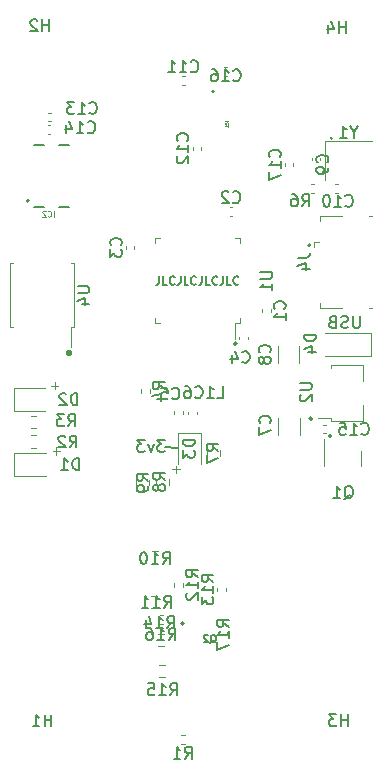
<source format=gbr>
%TF.GenerationSoftware,KiCad,Pcbnew,(6.0.4)*%
%TF.CreationDate,2022-05-08T20:42:15-04:00*%
%TF.ProjectId,STM32_Altimeter_R2,53544d33-325f-4416-9c74-696d65746572,0.1*%
%TF.SameCoordinates,Original*%
%TF.FileFunction,Legend,Bot*%
%TF.FilePolarity,Positive*%
%FSLAX46Y46*%
G04 Gerber Fmt 4.6, Leading zero omitted, Abs format (unit mm)*
G04 Created by KiCad (PCBNEW (6.0.4)) date 2022-05-08 20:42:15*
%MOMM*%
%LPD*%
G01*
G04 APERTURE LIST*
%ADD10C,0.150000*%
%ADD11C,0.100000*%
%ADD12C,0.120000*%
%ADD13C,0.059168*%
%ADD14C,0.200000*%
%ADD15C,0.127000*%
G04 APERTURE END LIST*
D10*
X59563948Y-50000000D02*
G75*
G03*
X59563948Y-50000000I-63948J0D01*
G01*
X57749937Y-59058975D02*
G75*
G03*
X57749937Y-59058975I-100000J0D01*
G01*
X57925442Y-73731583D02*
G75*
G03*
X57925442Y-73731583I-141421J0D01*
G01*
X51371346Y-67395859D02*
G75*
G03*
X51371346Y-67395859I-1J0D01*
G01*
X45469452Y-76138775D02*
X46550000Y-76257500D01*
X51512766Y-67395859D02*
G75*
G03*
X51512766Y-67395859I-141421J0D01*
G01*
X59541421Y-75200000D02*
G75*
G03*
X59541421Y-75200000I-141421J0D01*
G01*
X49600837Y-46038198D02*
G75*
G03*
X49600837Y-46038198I-100000J0D01*
G01*
X37441421Y-68200000D02*
G75*
G03*
X37441421Y-68200000I-141421J0D01*
G01*
X59400001Y-75200000D02*
G75*
G03*
X59400001Y-75200000I-1J0D01*
G01*
X49500838Y-46038198D02*
G75*
G03*
X49500838Y-46038198I-1J0D01*
G01*
X37300001Y-68200000D02*
G75*
G03*
X37300001Y-68200000I-1J0D01*
G01*
X57784022Y-73731583D02*
G75*
G03*
X57784022Y-73731583I-1J0D01*
G01*
X37500000Y-68200000D02*
G75*
G03*
X37500000Y-68200000I-200000J0D01*
G01*
D11*
X36521404Y-76472630D02*
X35911881Y-76472630D01*
X36216643Y-76777392D02*
X36216643Y-76167868D01*
D10*
X61927242Y-65063933D02*
X61927242Y-65873457D01*
X61879623Y-65968695D01*
X61832004Y-66016314D01*
X61736766Y-66063933D01*
X61546290Y-66063933D01*
X61451052Y-66016314D01*
X61403433Y-65968695D01*
X61355814Y-65873457D01*
X61355814Y-65063933D01*
X60927242Y-66016314D02*
X60784385Y-66063933D01*
X60546290Y-66063933D01*
X60451052Y-66016314D01*
X60403433Y-65968695D01*
X60355814Y-65873457D01*
X60355814Y-65778219D01*
X60403433Y-65682981D01*
X60451052Y-65635362D01*
X60546290Y-65587743D01*
X60736766Y-65540124D01*
X60832004Y-65492505D01*
X60879623Y-65444886D01*
X60927242Y-65349648D01*
X60927242Y-65254410D01*
X60879623Y-65159172D01*
X60832004Y-65111553D01*
X60736766Y-65063933D01*
X60498671Y-65063933D01*
X60355814Y-65111553D01*
X59593909Y-65540124D02*
X59451052Y-65587743D01*
X59403433Y-65635362D01*
X59355814Y-65730600D01*
X59355814Y-65873457D01*
X59403433Y-65968695D01*
X59451052Y-66016314D01*
X59546290Y-66063933D01*
X59927242Y-66063933D01*
X59927242Y-65063933D01*
X59593909Y-65063933D01*
X59498671Y-65111553D01*
X59451052Y-65159172D01*
X59403433Y-65254410D01*
X59403433Y-65349648D01*
X59451052Y-65444886D01*
X59498671Y-65492505D01*
X59593909Y-65540124D01*
X59927242Y-65540124D01*
D11*
X36404761Y-70957142D02*
X35795238Y-70957142D01*
X36100000Y-71261904D02*
X36100000Y-70652380D01*
X46663053Y-78023135D02*
X46053530Y-78023135D01*
X46358292Y-78327897D02*
X46358292Y-77718373D01*
D10*
X44955112Y-61679481D02*
X44955112Y-62179481D01*
X44921779Y-62279481D01*
X44855112Y-62346148D01*
X44755112Y-62379481D01*
X44688446Y-62379481D01*
X45621779Y-62379481D02*
X45288446Y-62379481D01*
X45288446Y-61679481D01*
X46255112Y-62312815D02*
X46221779Y-62346148D01*
X46121779Y-62379481D01*
X46055112Y-62379481D01*
X45955112Y-62346148D01*
X45888446Y-62279481D01*
X45855112Y-62212815D01*
X45821779Y-62079481D01*
X45821779Y-61979481D01*
X45855112Y-61846148D01*
X45888446Y-61779481D01*
X45955112Y-61712815D01*
X46055112Y-61679481D01*
X46121779Y-61679481D01*
X46221779Y-61712815D01*
X46255112Y-61746148D01*
X46755112Y-61679481D02*
X46755112Y-62179481D01*
X46721779Y-62279481D01*
X46655112Y-62346148D01*
X46555112Y-62379481D01*
X46488446Y-62379481D01*
X47421779Y-62379481D02*
X47088446Y-62379481D01*
X47088446Y-61679481D01*
X48055112Y-62312815D02*
X48021779Y-62346148D01*
X47921779Y-62379481D01*
X47855112Y-62379481D01*
X47755112Y-62346148D01*
X47688446Y-62279481D01*
X47655112Y-62212815D01*
X47621779Y-62079481D01*
X47621779Y-61979481D01*
X47655112Y-61846148D01*
X47688446Y-61779481D01*
X47755112Y-61712815D01*
X47855112Y-61679481D01*
X47921779Y-61679481D01*
X48021779Y-61712815D01*
X48055112Y-61746148D01*
X48555112Y-61679481D02*
X48555112Y-62179481D01*
X48521779Y-62279481D01*
X48455112Y-62346148D01*
X48355112Y-62379481D01*
X48288446Y-62379481D01*
X49221779Y-62379481D02*
X48888446Y-62379481D01*
X48888446Y-61679481D01*
X49855112Y-62312815D02*
X49821779Y-62346148D01*
X49721779Y-62379481D01*
X49655112Y-62379481D01*
X49555112Y-62346148D01*
X49488446Y-62279481D01*
X49455112Y-62212815D01*
X49421779Y-62079481D01*
X49421779Y-61979481D01*
X49455112Y-61846148D01*
X49488446Y-61779481D01*
X49555112Y-61712815D01*
X49655112Y-61679481D01*
X49721779Y-61679481D01*
X49821779Y-61712815D01*
X49855112Y-61746148D01*
X50355112Y-61679481D02*
X50355112Y-62179481D01*
X50321779Y-62279481D01*
X50255112Y-62346148D01*
X50155112Y-62379481D01*
X50088446Y-62379481D01*
X51021779Y-62379481D02*
X50688446Y-62379481D01*
X50688446Y-61679481D01*
X51655112Y-62312815D02*
X51621779Y-62346148D01*
X51521779Y-62379481D01*
X51455112Y-62379481D01*
X51355112Y-62346148D01*
X51288446Y-62279481D01*
X51255112Y-62212815D01*
X51221779Y-62079481D01*
X51221779Y-61979481D01*
X51255112Y-61846148D01*
X51288446Y-61779481D01*
X51355112Y-61712815D01*
X51455112Y-61679481D01*
X51521779Y-61679481D01*
X51621779Y-61712815D01*
X51655112Y-61746148D01*
X45414242Y-75535378D02*
X44795194Y-75535378D01*
X45128527Y-75916331D01*
X44985670Y-75916331D01*
X44890432Y-75963950D01*
X44842813Y-76011569D01*
X44795194Y-76106807D01*
X44795194Y-76344902D01*
X44842813Y-76440140D01*
X44890432Y-76487759D01*
X44985670Y-76535378D01*
X45271385Y-76535378D01*
X45366623Y-76487759D01*
X45414242Y-76440140D01*
X44461861Y-75868712D02*
X44223766Y-76535378D01*
X43985670Y-75868712D01*
X43699956Y-75535378D02*
X43080908Y-75535378D01*
X43414242Y-75916331D01*
X43271385Y-75916331D01*
X43176146Y-75963950D01*
X43128527Y-76011569D01*
X43080908Y-76106807D01*
X43080908Y-76344902D01*
X43128527Y-76440140D01*
X43176146Y-76487759D01*
X43271385Y-76535378D01*
X43557099Y-76535378D01*
X43652337Y-76487759D01*
X43699956Y-76440140D01*
%TO.C,R16*%
X45746333Y-92457099D02*
X46079666Y-91980909D01*
X46317761Y-92457099D02*
X46317761Y-91457099D01*
X45936809Y-91457099D01*
X45841571Y-91504719D01*
X45793952Y-91552338D01*
X45746333Y-91647576D01*
X45746333Y-91790433D01*
X45793952Y-91885671D01*
X45841571Y-91933290D01*
X45936809Y-91980909D01*
X46317761Y-91980909D01*
X44793952Y-92457099D02*
X45365380Y-92457099D01*
X45079666Y-92457099D02*
X45079666Y-91457099D01*
X45174904Y-91599957D01*
X45270142Y-91695195D01*
X45365380Y-91742814D01*
X43936809Y-91457099D02*
X44127285Y-91457099D01*
X44222523Y-91504719D01*
X44270142Y-91552338D01*
X44365380Y-91695195D01*
X44412999Y-91885671D01*
X44412999Y-92266623D01*
X44365380Y-92361861D01*
X44317761Y-92409480D01*
X44222523Y-92457099D01*
X44032047Y-92457099D01*
X43936809Y-92409480D01*
X43889190Y-92361861D01*
X43841571Y-92266623D01*
X43841571Y-92028528D01*
X43889190Y-91933290D01*
X43936809Y-91885671D01*
X44032047Y-91838052D01*
X44222523Y-91838052D01*
X44317761Y-91885671D01*
X44365380Y-91933290D01*
X44412999Y-92028528D01*
%TO.C,L1*%
X49837982Y-71962342D02*
X50314173Y-71962342D01*
X50314173Y-70962342D01*
X48980839Y-71962342D02*
X49552268Y-71962342D01*
X49266554Y-71962342D02*
X49266554Y-70962342D01*
X49361792Y-71105200D01*
X49457030Y-71200438D01*
X49552268Y-71248057D01*
%TO.C,D3*%
X47948394Y-75519404D02*
X46948394Y-75519404D01*
X46948394Y-75757500D01*
X46996014Y-75900357D01*
X47091252Y-75995595D01*
X47186490Y-76043214D01*
X47376966Y-76090833D01*
X47519823Y-76090833D01*
X47710299Y-76043214D01*
X47805537Y-75995595D01*
X47900775Y-75900357D01*
X47948394Y-75757500D01*
X47948394Y-75519404D01*
X46948394Y-76424166D02*
X46948394Y-77043214D01*
X47329347Y-76709880D01*
X47329347Y-76852738D01*
X47376966Y-76947976D01*
X47424585Y-76995595D01*
X47519823Y-77043214D01*
X47757918Y-77043214D01*
X47853156Y-76995595D01*
X47900775Y-76947976D01*
X47948394Y-76852738D01*
X47948394Y-76567023D01*
X47900775Y-76471785D01*
X47853156Y-76424166D01*
%TO.C,R1*%
X47119796Y-102516643D02*
X47453130Y-102040453D01*
X47691225Y-102516643D02*
X47691225Y-101516643D01*
X47310272Y-101516643D01*
X47215034Y-101564263D01*
X47167415Y-101611882D01*
X47119796Y-101707120D01*
X47119796Y-101849977D01*
X47167415Y-101945215D01*
X47215034Y-101992834D01*
X47310272Y-102040453D01*
X47691225Y-102040453D01*
X46167415Y-102516643D02*
X46738844Y-102516643D01*
X46453130Y-102516643D02*
X46453130Y-101516643D01*
X46548368Y-101659501D01*
X46643606Y-101754739D01*
X46738844Y-101802358D01*
%TO.C,D2*%
X38014979Y-72593791D02*
X38014979Y-71593791D01*
X37776884Y-71593791D01*
X37634026Y-71641411D01*
X37538788Y-71736649D01*
X37491169Y-71831887D01*
X37443550Y-72022363D01*
X37443550Y-72165220D01*
X37491169Y-72355696D01*
X37538788Y-72450934D01*
X37634026Y-72546172D01*
X37776884Y-72593791D01*
X38014979Y-72593791D01*
X37062598Y-71689030D02*
X37014979Y-71641411D01*
X36919741Y-71593791D01*
X36681645Y-71593791D01*
X36586407Y-71641411D01*
X36538788Y-71689030D01*
X36491169Y-71784268D01*
X36491169Y-71879506D01*
X36538788Y-72022363D01*
X37110217Y-72593791D01*
X36491169Y-72593791D01*
%TO.C,R17*%
X50852380Y-91357142D02*
X50376190Y-91023809D01*
X50852380Y-90785714D02*
X49852380Y-90785714D01*
X49852380Y-91166666D01*
X49900000Y-91261904D01*
X49947619Y-91309523D01*
X50042857Y-91357142D01*
X50185714Y-91357142D01*
X50280952Y-91309523D01*
X50328571Y-91261904D01*
X50376190Y-91166666D01*
X50376190Y-90785714D01*
X50852380Y-92309523D02*
X50852380Y-91738095D01*
X50852380Y-92023809D02*
X49852380Y-92023809D01*
X49995238Y-91928571D01*
X50090476Y-91833333D01*
X50138095Y-91738095D01*
X49852380Y-92642857D02*
X49852380Y-93309523D01*
X50852380Y-92880952D01*
%TO.C,Q2*%
X49284234Y-92712229D02*
X49344226Y-92682233D01*
X49404219Y-92622241D01*
X49494208Y-92532252D01*
X49554200Y-92502256D01*
X49614193Y-92502256D01*
X49584196Y-92652237D02*
X49644189Y-92622241D01*
X49704181Y-92562248D01*
X49734178Y-92442263D01*
X49734178Y-92232289D01*
X49704181Y-92112304D01*
X49644189Y-92052312D01*
X49584196Y-92022316D01*
X49464211Y-92022316D01*
X49404219Y-92052312D01*
X49344226Y-92112304D01*
X49314230Y-92232289D01*
X49314230Y-92442263D01*
X49344226Y-92562248D01*
X49404219Y-92622241D01*
X49464211Y-92652237D01*
X49584196Y-92652237D01*
X49074260Y-92082308D02*
X49044264Y-92052312D01*
X48984272Y-92022316D01*
X48834290Y-92022316D01*
X48774298Y-92052312D01*
X48744302Y-92082308D01*
X48714305Y-92142301D01*
X48714305Y-92202293D01*
X48744302Y-92292282D01*
X49104257Y-92652237D01*
X48714305Y-92652237D01*
%TO.C,U1*%
X53512380Y-61298095D02*
X54321904Y-61298095D01*
X54417142Y-61345714D01*
X54464761Y-61393333D01*
X54512380Y-61488571D01*
X54512380Y-61679047D01*
X54464761Y-61774285D01*
X54417142Y-61821904D01*
X54321904Y-61869523D01*
X53512380Y-61869523D01*
X54512380Y-62869523D02*
X54512380Y-62298095D01*
X54512380Y-62583809D02*
X53512380Y-62583809D01*
X53655238Y-62488571D01*
X53750476Y-62393333D01*
X53798095Y-62298095D01*
%TO.C,H4*%
X60726146Y-41075072D02*
X60726146Y-40075072D01*
X60726146Y-40551263D02*
X60154718Y-40551263D01*
X60154718Y-41075072D02*
X60154718Y-40075072D01*
X59249956Y-40408406D02*
X59249956Y-41075072D01*
X59488051Y-40027453D02*
X59726146Y-40741739D01*
X59107099Y-40741739D01*
%TO.C,C11*%
X47626787Y-44312361D02*
X47674406Y-44359980D01*
X47817263Y-44407599D01*
X47912501Y-44407599D01*
X48055358Y-44359980D01*
X48150596Y-44264742D01*
X48198215Y-44169504D01*
X48245834Y-43979028D01*
X48245834Y-43836171D01*
X48198215Y-43645695D01*
X48150596Y-43550457D01*
X48055358Y-43455219D01*
X47912501Y-43407599D01*
X47817263Y-43407599D01*
X47674406Y-43455219D01*
X47626787Y-43502838D01*
X46674406Y-44407599D02*
X47245834Y-44407599D01*
X46960120Y-44407599D02*
X46960120Y-43407599D01*
X47055358Y-43550457D01*
X47150596Y-43645695D01*
X47245834Y-43693314D01*
X45722025Y-44407599D02*
X46293453Y-44407599D01*
X46007739Y-44407599D02*
X46007739Y-43407599D01*
X46102977Y-43550457D01*
X46198215Y-43645695D01*
X46293453Y-43693314D01*
%TO.C,R12*%
X48222380Y-87157142D02*
X47746190Y-86823809D01*
X48222380Y-86585714D02*
X47222380Y-86585714D01*
X47222380Y-86966666D01*
X47270000Y-87061904D01*
X47317619Y-87109523D01*
X47412857Y-87157142D01*
X47555714Y-87157142D01*
X47650952Y-87109523D01*
X47698571Y-87061904D01*
X47746190Y-86966666D01*
X47746190Y-86585714D01*
X48222380Y-88109523D02*
X48222380Y-87538095D01*
X48222380Y-87823809D02*
X47222380Y-87823809D01*
X47365238Y-87728571D01*
X47460476Y-87633333D01*
X47508095Y-87538095D01*
X47317619Y-88490476D02*
X47270000Y-88538095D01*
X47222380Y-88633333D01*
X47222380Y-88871428D01*
X47270000Y-88966666D01*
X47317619Y-89014285D01*
X47412857Y-89061904D01*
X47508095Y-89061904D01*
X47650952Y-89014285D01*
X48222380Y-88442857D01*
X48222380Y-89061904D01*
%TO.C,Y1*%
X61426726Y-49476190D02*
X61426726Y-49952380D01*
X61760059Y-48952380D02*
X61426726Y-49476190D01*
X61093393Y-48952380D01*
X60236250Y-49952380D02*
X60807678Y-49952380D01*
X60521964Y-49952380D02*
X60521964Y-48952380D01*
X60617202Y-49095238D01*
X60712440Y-49190476D01*
X60807678Y-49238095D01*
%TO.C,C10*%
X60710626Y-55693796D02*
X60758245Y-55741415D01*
X60901102Y-55789034D01*
X60996340Y-55789034D01*
X61139197Y-55741415D01*
X61234435Y-55646177D01*
X61282054Y-55550939D01*
X61329673Y-55360463D01*
X61329673Y-55217606D01*
X61282054Y-55027130D01*
X61234435Y-54931892D01*
X61139197Y-54836654D01*
X60996340Y-54789034D01*
X60901102Y-54789034D01*
X60758245Y-54836654D01*
X60710626Y-54884273D01*
X59758245Y-55789034D02*
X60329673Y-55789034D01*
X60043959Y-55789034D02*
X60043959Y-54789034D01*
X60139197Y-54931892D01*
X60234435Y-55027130D01*
X60329673Y-55074749D01*
X59139197Y-54789034D02*
X59043959Y-54789034D01*
X58948721Y-54836654D01*
X58901102Y-54884273D01*
X58853483Y-54979511D01*
X58805864Y-55169987D01*
X58805864Y-55408082D01*
X58853483Y-55598558D01*
X58901102Y-55693796D01*
X58948721Y-55741415D01*
X59043959Y-55789034D01*
X59139197Y-55789034D01*
X59234435Y-55741415D01*
X59282054Y-55693796D01*
X59329673Y-55598558D01*
X59377292Y-55408082D01*
X59377292Y-55169987D01*
X59329673Y-54979511D01*
X59282054Y-54884273D01*
X59234435Y-54836654D01*
X59139197Y-54789034D01*
%TO.C,R7*%
X49956365Y-76473333D02*
X49480175Y-76140000D01*
X49956365Y-75901904D02*
X48956365Y-75901904D01*
X48956365Y-76282857D01*
X49003985Y-76378095D01*
X49051604Y-76425714D01*
X49146842Y-76473333D01*
X49289699Y-76473333D01*
X49384937Y-76425714D01*
X49432556Y-76378095D01*
X49480175Y-76282857D01*
X49480175Y-75901904D01*
X48956365Y-76806666D02*
X48956365Y-77473333D01*
X49956365Y-77044761D01*
%TO.C,R11*%
X45351719Y-89732854D02*
X45685052Y-89256664D01*
X45923147Y-89732854D02*
X45923147Y-88732854D01*
X45542195Y-88732854D01*
X45446957Y-88780474D01*
X45399338Y-88828093D01*
X45351719Y-88923331D01*
X45351719Y-89066188D01*
X45399338Y-89161426D01*
X45446957Y-89209045D01*
X45542195Y-89256664D01*
X45923147Y-89256664D01*
X44399338Y-89732854D02*
X44970766Y-89732854D01*
X44685052Y-89732854D02*
X44685052Y-88732854D01*
X44780290Y-88875712D01*
X44875528Y-88970950D01*
X44970766Y-89018569D01*
X43446957Y-89732854D02*
X44018385Y-89732854D01*
X43732671Y-89732854D02*
X43732671Y-88732854D01*
X43827909Y-88875712D01*
X43923147Y-88970950D01*
X44018385Y-89018569D01*
%TO.C,R4*%
X45392226Y-71234193D02*
X44916036Y-70900860D01*
X45392226Y-70662764D02*
X44392226Y-70662764D01*
X44392226Y-71043717D01*
X44439846Y-71138955D01*
X44487465Y-71186574D01*
X44582703Y-71234193D01*
X44725560Y-71234193D01*
X44820798Y-71186574D01*
X44868417Y-71138955D01*
X44916036Y-71043717D01*
X44916036Y-70662764D01*
X44725560Y-72091336D02*
X45392226Y-72091336D01*
X44344607Y-71853240D02*
X45058893Y-71615145D01*
X45058893Y-72234193D01*
%TO.C,U2*%
X56836856Y-70710182D02*
X57646380Y-70710182D01*
X57741618Y-70757801D01*
X57789237Y-70805420D01*
X57836856Y-70900658D01*
X57836856Y-71091134D01*
X57789237Y-71186372D01*
X57741618Y-71233991D01*
X57646380Y-71281610D01*
X56836856Y-71281610D01*
X56932095Y-71710182D02*
X56884476Y-71757801D01*
X56836856Y-71853039D01*
X56836856Y-72091134D01*
X56884476Y-72186372D01*
X56932095Y-72233991D01*
X57027333Y-72281610D01*
X57122571Y-72281610D01*
X57265428Y-72233991D01*
X57836856Y-71662563D01*
X57836856Y-72281610D01*
%TO.C,R3*%
X37220442Y-74378653D02*
X37553776Y-73902463D01*
X37791871Y-74378653D02*
X37791871Y-73378653D01*
X37410918Y-73378653D01*
X37315680Y-73426273D01*
X37268061Y-73473892D01*
X37220442Y-73569130D01*
X37220442Y-73711987D01*
X37268061Y-73807225D01*
X37315680Y-73854844D01*
X37410918Y-73902463D01*
X37791871Y-73902463D01*
X36887109Y-73378653D02*
X36268061Y-73378653D01*
X36601395Y-73759606D01*
X36458537Y-73759606D01*
X36363299Y-73807225D01*
X36315680Y-73854844D01*
X36268061Y-73950082D01*
X36268061Y-74188177D01*
X36315680Y-74283415D01*
X36363299Y-74331034D01*
X36458537Y-74378653D01*
X36744252Y-74378653D01*
X36839490Y-74331034D01*
X36887109Y-74283415D01*
%TO.C,C1*%
X55544694Y-64429135D02*
X55592313Y-64381516D01*
X55639932Y-64238659D01*
X55639932Y-64143421D01*
X55592313Y-64000563D01*
X55497075Y-63905325D01*
X55401837Y-63857706D01*
X55211361Y-63810087D01*
X55068504Y-63810087D01*
X54878028Y-63857706D01*
X54782790Y-63905325D01*
X54687552Y-64000563D01*
X54639932Y-64143421D01*
X54639932Y-64238659D01*
X54687552Y-64381516D01*
X54735171Y-64429135D01*
X55639932Y-65381516D02*
X55639932Y-64810087D01*
X55639932Y-65095802D02*
X54639932Y-65095802D01*
X54782790Y-65000563D01*
X54878028Y-64905325D01*
X54925647Y-64810087D01*
%TO.C,C3*%
X41677142Y-59073333D02*
X41724761Y-59025714D01*
X41772380Y-58882857D01*
X41772380Y-58787619D01*
X41724761Y-58644761D01*
X41629523Y-58549523D01*
X41534285Y-58501904D01*
X41343809Y-58454285D01*
X41200952Y-58454285D01*
X41010476Y-58501904D01*
X40915238Y-58549523D01*
X40820000Y-58644761D01*
X40772380Y-58787619D01*
X40772380Y-58882857D01*
X40820000Y-59025714D01*
X40867619Y-59073333D01*
X40772380Y-59406666D02*
X40772380Y-60025714D01*
X41153333Y-59692380D01*
X41153333Y-59835238D01*
X41200952Y-59930476D01*
X41248571Y-59978095D01*
X41343809Y-60025714D01*
X41581904Y-60025714D01*
X41677142Y-59978095D01*
X41724761Y-59930476D01*
X41772380Y-59835238D01*
X41772380Y-59549523D01*
X41724761Y-59454285D01*
X41677142Y-59406666D01*
%TO.C,C9*%
X59157142Y-52033333D02*
X59204761Y-51985714D01*
X59252380Y-51842857D01*
X59252380Y-51747619D01*
X59204761Y-51604761D01*
X59109523Y-51509523D01*
X59014285Y-51461904D01*
X58823809Y-51414285D01*
X58680952Y-51414285D01*
X58490476Y-51461904D01*
X58395238Y-51509523D01*
X58300000Y-51604761D01*
X58252380Y-51747619D01*
X58252380Y-51842857D01*
X58300000Y-51985714D01*
X58347619Y-52033333D01*
X59252380Y-52509523D02*
X59252380Y-52700000D01*
X59204761Y-52795238D01*
X59157142Y-52842857D01*
X59014285Y-52938095D01*
X58823809Y-52985714D01*
X58442857Y-52985714D01*
X58347619Y-52938095D01*
X58300000Y-52890476D01*
X58252380Y-52795238D01*
X58252380Y-52604761D01*
X58300000Y-52509523D01*
X58347619Y-52461904D01*
X58442857Y-52414285D01*
X58680952Y-52414285D01*
X58776190Y-52461904D01*
X58823809Y-52509523D01*
X58871428Y-52604761D01*
X58871428Y-52795238D01*
X58823809Y-52890476D01*
X58776190Y-52938095D01*
X58680952Y-52985714D01*
%TO.C,D4*%
X58217316Y-66630432D02*
X57217316Y-66630432D01*
X57217316Y-66868528D01*
X57264936Y-67011385D01*
X57360174Y-67106623D01*
X57455412Y-67154242D01*
X57645888Y-67201861D01*
X57788745Y-67201861D01*
X57979221Y-67154242D01*
X58074459Y-67106623D01*
X58169697Y-67011385D01*
X58217316Y-66868528D01*
X58217316Y-66630432D01*
X57550650Y-68059004D02*
X58217316Y-68059004D01*
X57169697Y-67820908D02*
X57883983Y-67582813D01*
X57883983Y-68201861D01*
%TO.C,R9*%
X44025415Y-78985829D02*
X43549225Y-78652496D01*
X44025415Y-78414400D02*
X43025415Y-78414400D01*
X43025415Y-78795353D01*
X43073035Y-78890591D01*
X43120654Y-78938210D01*
X43215892Y-78985829D01*
X43358749Y-78985829D01*
X43453987Y-78938210D01*
X43501606Y-78890591D01*
X43549225Y-78795353D01*
X43549225Y-78414400D01*
X44025415Y-79462019D02*
X44025415Y-79652496D01*
X43977796Y-79747734D01*
X43930177Y-79795353D01*
X43787320Y-79890591D01*
X43596844Y-79938210D01*
X43215892Y-79938210D01*
X43120654Y-79890591D01*
X43073035Y-79842972D01*
X43025415Y-79747734D01*
X43025415Y-79557257D01*
X43073035Y-79462019D01*
X43120654Y-79414400D01*
X43215892Y-79366781D01*
X43453987Y-79366781D01*
X43549225Y-79414400D01*
X43596844Y-79462019D01*
X43644463Y-79557257D01*
X43644463Y-79747734D01*
X43596844Y-79842972D01*
X43549225Y-79890591D01*
X43453987Y-79938210D01*
%TO.C,H3*%
X60893391Y-99764727D02*
X60893391Y-98764727D01*
X60893391Y-99240918D02*
X60321963Y-99240918D01*
X60321963Y-99764727D02*
X60321963Y-98764727D01*
X59941010Y-98764727D02*
X59321963Y-98764727D01*
X59655296Y-99145680D01*
X59512439Y-99145680D01*
X59417201Y-99193299D01*
X59369582Y-99240918D01*
X59321963Y-99336156D01*
X59321963Y-99574251D01*
X59369582Y-99669489D01*
X59417201Y-99717108D01*
X59512439Y-99764727D01*
X59798153Y-99764727D01*
X59893391Y-99717108D01*
X59941010Y-99669489D01*
%TO.C,C13*%
X39035280Y-47845138D02*
X39082899Y-47892757D01*
X39225756Y-47940376D01*
X39320994Y-47940376D01*
X39463851Y-47892757D01*
X39559089Y-47797519D01*
X39606708Y-47702281D01*
X39654327Y-47511805D01*
X39654327Y-47368948D01*
X39606708Y-47178472D01*
X39559089Y-47083234D01*
X39463851Y-46987996D01*
X39320994Y-46940376D01*
X39225756Y-46940376D01*
X39082899Y-46987996D01*
X39035280Y-47035615D01*
X38082899Y-47940376D02*
X38654327Y-47940376D01*
X38368613Y-47940376D02*
X38368613Y-46940376D01*
X38463851Y-47083234D01*
X38559089Y-47178472D01*
X38654327Y-47226091D01*
X37749565Y-46940376D02*
X37130518Y-46940376D01*
X37463851Y-47321329D01*
X37320994Y-47321329D01*
X37225756Y-47368948D01*
X37178137Y-47416567D01*
X37130518Y-47511805D01*
X37130518Y-47749900D01*
X37178137Y-47845138D01*
X37225756Y-47892757D01*
X37320994Y-47940376D01*
X37606708Y-47940376D01*
X37701946Y-47892757D01*
X37749565Y-47845138D01*
%TO.C,C14*%
X38895837Y-49462670D02*
X38943456Y-49510289D01*
X39086313Y-49557908D01*
X39181551Y-49557908D01*
X39324408Y-49510289D01*
X39419646Y-49415051D01*
X39467265Y-49319813D01*
X39514884Y-49129337D01*
X39514884Y-48986480D01*
X39467265Y-48796004D01*
X39419646Y-48700766D01*
X39324408Y-48605528D01*
X39181551Y-48557908D01*
X39086313Y-48557908D01*
X38943456Y-48605528D01*
X38895837Y-48653147D01*
X37943456Y-49557908D02*
X38514884Y-49557908D01*
X38229170Y-49557908D02*
X38229170Y-48557908D01*
X38324408Y-48700766D01*
X38419646Y-48796004D01*
X38514884Y-48843623D01*
X37086313Y-48891242D02*
X37086313Y-49557908D01*
X37324408Y-48510289D02*
X37562503Y-49224575D01*
X36943456Y-49224575D01*
%TO.C,U4*%
X38030227Y-62521389D02*
X38839751Y-62521389D01*
X38934989Y-62569008D01*
X38982608Y-62616627D01*
X39030227Y-62711865D01*
X39030227Y-62902341D01*
X38982608Y-62997579D01*
X38934989Y-63045198D01*
X38839751Y-63092817D01*
X38030227Y-63092817D01*
X38363561Y-63997579D02*
X39030227Y-63997579D01*
X37982608Y-63759484D02*
X38696894Y-63521389D01*
X38696894Y-64140436D01*
%TO.C,C8*%
X54283447Y-68121864D02*
X54331066Y-68074245D01*
X54378685Y-67931388D01*
X54378685Y-67836150D01*
X54331066Y-67693292D01*
X54235828Y-67598054D01*
X54140590Y-67550435D01*
X53950114Y-67502816D01*
X53807257Y-67502816D01*
X53616781Y-67550435D01*
X53521543Y-67598054D01*
X53426305Y-67693292D01*
X53378685Y-67836150D01*
X53378685Y-67931388D01*
X53426305Y-68074245D01*
X53473924Y-68121864D01*
X53807257Y-68693292D02*
X53759638Y-68598054D01*
X53712019Y-68550435D01*
X53616781Y-68502816D01*
X53569162Y-68502816D01*
X53473924Y-68550435D01*
X53426305Y-68598054D01*
X53378685Y-68693292D01*
X53378685Y-68883769D01*
X53426305Y-68979007D01*
X53473924Y-69026626D01*
X53569162Y-69074245D01*
X53616781Y-69074245D01*
X53712019Y-69026626D01*
X53759638Y-68979007D01*
X53807257Y-68883769D01*
X53807257Y-68693292D01*
X53854876Y-68598054D01*
X53902495Y-68550435D01*
X53997733Y-68502816D01*
X54188209Y-68502816D01*
X54283447Y-68550435D01*
X54331066Y-68598054D01*
X54378685Y-68693292D01*
X54378685Y-68883769D01*
X54331066Y-68979007D01*
X54283447Y-69026626D01*
X54188209Y-69074245D01*
X53997733Y-69074245D01*
X53902495Y-69026626D01*
X53854876Y-68979007D01*
X53807257Y-68883769D01*
%TO.C,C4*%
X51973447Y-68928828D02*
X52021066Y-68976447D01*
X52163923Y-69024066D01*
X52259161Y-69024066D01*
X52402019Y-68976447D01*
X52497257Y-68881209D01*
X52544876Y-68785971D01*
X52592495Y-68595495D01*
X52592495Y-68452638D01*
X52544876Y-68262162D01*
X52497257Y-68166924D01*
X52402019Y-68071686D01*
X52259161Y-68024066D01*
X52163923Y-68024066D01*
X52021066Y-68071686D01*
X51973447Y-68119305D01*
X51116304Y-68357400D02*
X51116304Y-69024066D01*
X51354400Y-67976447D02*
X51592495Y-68690733D01*
X50973447Y-68690733D01*
%TO.C,R2*%
X37359884Y-76163516D02*
X37693218Y-75687326D01*
X37931313Y-76163516D02*
X37931313Y-75163516D01*
X37550360Y-75163516D01*
X37455122Y-75211136D01*
X37407503Y-75258755D01*
X37359884Y-75353993D01*
X37359884Y-75496850D01*
X37407503Y-75592088D01*
X37455122Y-75639707D01*
X37550360Y-75687326D01*
X37931313Y-75687326D01*
X36978932Y-75258755D02*
X36931313Y-75211136D01*
X36836075Y-75163516D01*
X36597979Y-75163516D01*
X36502741Y-75211136D01*
X36455122Y-75258755D01*
X36407503Y-75353993D01*
X36407503Y-75449231D01*
X36455122Y-75592088D01*
X37026551Y-76163516D01*
X36407503Y-76163516D01*
%TO.C,H1*%
X35806456Y-99792140D02*
X35806456Y-98792140D01*
X35806456Y-99268331D02*
X35235028Y-99268331D01*
X35235028Y-99792140D02*
X35235028Y-98792140D01*
X34235028Y-99792140D02*
X34806456Y-99792140D01*
X34520742Y-99792140D02*
X34520742Y-98792140D01*
X34615980Y-98934998D01*
X34711218Y-99030236D01*
X34806456Y-99077855D01*
D12*
%TO.C,IC2*%
X36005071Y-56621942D02*
X36005071Y-56141942D01*
X35502214Y-56576228D02*
X35525071Y-56599085D01*
X35593642Y-56621942D01*
X35639357Y-56621942D01*
X35707928Y-56599085D01*
X35753642Y-56553371D01*
X35776500Y-56507657D01*
X35799357Y-56416228D01*
X35799357Y-56347657D01*
X35776500Y-56256228D01*
X35753642Y-56210514D01*
X35707928Y-56164800D01*
X35639357Y-56141942D01*
X35593642Y-56141942D01*
X35525071Y-56164800D01*
X35502214Y-56187657D01*
X35319357Y-56187657D02*
X35296500Y-56164800D01*
X35250785Y-56141942D01*
X35136500Y-56141942D01*
X35090785Y-56164800D01*
X35067928Y-56187657D01*
X35045071Y-56233371D01*
X35045071Y-56279085D01*
X35067928Y-56347657D01*
X35342214Y-56621942D01*
X35045071Y-56621942D01*
D10*
%TO.C,C17*%
X55133657Y-51568186D02*
X55181276Y-51520567D01*
X55228895Y-51377710D01*
X55228895Y-51282472D01*
X55181276Y-51139615D01*
X55086038Y-51044377D01*
X54990800Y-50996758D01*
X54800324Y-50949139D01*
X54657467Y-50949139D01*
X54466991Y-50996758D01*
X54371753Y-51044377D01*
X54276515Y-51139615D01*
X54228895Y-51282472D01*
X54228895Y-51377710D01*
X54276515Y-51520567D01*
X54324134Y-51568186D01*
X55228895Y-52520567D02*
X55228895Y-51949139D01*
X55228895Y-52234853D02*
X54228895Y-52234853D01*
X54371753Y-52139615D01*
X54466991Y-52044377D01*
X54514610Y-51949139D01*
X54228895Y-52853901D02*
X54228895Y-53520567D01*
X55228895Y-53091996D01*
%TO.C,R6*%
X57045149Y-55751849D02*
X57378483Y-55275659D01*
X57616578Y-55751849D02*
X57616578Y-54751849D01*
X57235625Y-54751849D01*
X57140387Y-54799469D01*
X57092768Y-54847088D01*
X57045149Y-54942326D01*
X57045149Y-55085183D01*
X57092768Y-55180421D01*
X57140387Y-55228040D01*
X57235625Y-55275659D01*
X57616578Y-55275659D01*
X56188006Y-54751849D02*
X56378483Y-54751849D01*
X56473721Y-54799469D01*
X56521340Y-54847088D01*
X56616578Y-54989945D01*
X56664197Y-55180421D01*
X56664197Y-55561373D01*
X56616578Y-55656611D01*
X56568959Y-55704230D01*
X56473721Y-55751849D01*
X56283244Y-55751849D01*
X56188006Y-55704230D01*
X56140387Y-55656611D01*
X56092768Y-55561373D01*
X56092768Y-55323278D01*
X56140387Y-55228040D01*
X56188006Y-55180421D01*
X56283244Y-55132802D01*
X56473721Y-55132802D01*
X56568959Y-55180421D01*
X56616578Y-55228040D01*
X56664197Y-55323278D01*
%TO.C,R15*%
X45861759Y-97156182D02*
X46195092Y-96679992D01*
X46433187Y-97156182D02*
X46433187Y-96156182D01*
X46052235Y-96156182D01*
X45956997Y-96203802D01*
X45909378Y-96251421D01*
X45861759Y-96346659D01*
X45861759Y-96489516D01*
X45909378Y-96584754D01*
X45956997Y-96632373D01*
X46052235Y-96679992D01*
X46433187Y-96679992D01*
X44909378Y-97156182D02*
X45480806Y-97156182D01*
X45195092Y-97156182D02*
X45195092Y-96156182D01*
X45290330Y-96299040D01*
X45385568Y-96394278D01*
X45480806Y-96441897D01*
X44004616Y-96156182D02*
X44480806Y-96156182D01*
X44528425Y-96632373D01*
X44480806Y-96584754D01*
X44385568Y-96537135D01*
X44147473Y-96537135D01*
X44052235Y-96584754D01*
X44004616Y-96632373D01*
X43956997Y-96727611D01*
X43956997Y-96965706D01*
X44004616Y-97060944D01*
X44052235Y-97108563D01*
X44147473Y-97156182D01*
X44385568Y-97156182D01*
X44480806Y-97108563D01*
X44528425Y-97060944D01*
%TO.C,C12*%
X47326603Y-50205027D02*
X47374222Y-50157408D01*
X47421841Y-50014551D01*
X47421841Y-49919313D01*
X47374222Y-49776456D01*
X47278984Y-49681218D01*
X47183746Y-49633599D01*
X46993270Y-49585980D01*
X46850413Y-49585980D01*
X46659937Y-49633599D01*
X46564699Y-49681218D01*
X46469461Y-49776456D01*
X46421841Y-49919313D01*
X46421841Y-50014551D01*
X46469461Y-50157408D01*
X46517080Y-50205027D01*
X47421841Y-51157408D02*
X47421841Y-50585980D01*
X47421841Y-50871694D02*
X46421841Y-50871694D01*
X46564699Y-50776456D01*
X46659937Y-50681218D01*
X46707556Y-50585980D01*
X46517080Y-51538361D02*
X46469461Y-51585980D01*
X46421841Y-51681218D01*
X46421841Y-51919313D01*
X46469461Y-52014551D01*
X46517080Y-52062170D01*
X46612318Y-52109789D01*
X46707556Y-52109789D01*
X46850413Y-52062170D01*
X47421841Y-51490742D01*
X47421841Y-52109789D01*
%TO.C,D1*%
X38154421Y-78087821D02*
X38154421Y-77087821D01*
X37916326Y-77087821D01*
X37773468Y-77135441D01*
X37678230Y-77230679D01*
X37630611Y-77325917D01*
X37582992Y-77516393D01*
X37582992Y-77659250D01*
X37630611Y-77849726D01*
X37678230Y-77944964D01*
X37773468Y-78040202D01*
X37916326Y-78087821D01*
X38154421Y-78087821D01*
X36630611Y-78087821D02*
X37202040Y-78087821D01*
X36916326Y-78087821D02*
X36916326Y-77087821D01*
X37011564Y-77230679D01*
X37106802Y-77325917D01*
X37202040Y-77373536D01*
%TO.C,C2*%
X51172735Y-55397142D02*
X51220354Y-55444761D01*
X51363211Y-55492380D01*
X51458449Y-55492380D01*
X51601307Y-55444761D01*
X51696545Y-55349523D01*
X51744164Y-55254285D01*
X51791783Y-55063809D01*
X51791783Y-54920952D01*
X51744164Y-54730476D01*
X51696545Y-54635238D01*
X51601307Y-54540000D01*
X51458449Y-54492380D01*
X51363211Y-54492380D01*
X51220354Y-54540000D01*
X51172735Y-54587619D01*
X50791783Y-54587619D02*
X50744164Y-54540000D01*
X50648926Y-54492380D01*
X50410830Y-54492380D01*
X50315592Y-54540000D01*
X50267973Y-54587619D01*
X50220354Y-54682857D01*
X50220354Y-54778095D01*
X50267973Y-54920952D01*
X50839402Y-55492380D01*
X50220354Y-55492380D01*
%TO.C,C7*%
X54311335Y-74094268D02*
X54358954Y-74046649D01*
X54406573Y-73903792D01*
X54406573Y-73808554D01*
X54358954Y-73665696D01*
X54263716Y-73570458D01*
X54168478Y-73522839D01*
X53978002Y-73475220D01*
X53835145Y-73475220D01*
X53644669Y-73522839D01*
X53549431Y-73570458D01*
X53454193Y-73665696D01*
X53406573Y-73808554D01*
X53406573Y-73903792D01*
X53454193Y-74046649D01*
X53501812Y-74094268D01*
X53406573Y-74427601D02*
X53406573Y-75094268D01*
X54406573Y-74665696D01*
%TO.C,C5*%
X46026556Y-72015843D02*
X46074175Y-72063462D01*
X46217032Y-72111081D01*
X46312270Y-72111081D01*
X46455128Y-72063462D01*
X46550366Y-71968224D01*
X46597985Y-71872986D01*
X46645604Y-71682510D01*
X46645604Y-71539653D01*
X46597985Y-71349177D01*
X46550366Y-71253939D01*
X46455128Y-71158701D01*
X46312270Y-71111081D01*
X46217032Y-71111081D01*
X46074175Y-71158701D01*
X46026556Y-71206320D01*
X45121794Y-71111081D02*
X45597985Y-71111081D01*
X45645604Y-71587272D01*
X45597985Y-71539653D01*
X45502747Y-71492034D01*
X45264651Y-71492034D01*
X45169413Y-71539653D01*
X45121794Y-71587272D01*
X45074175Y-71682510D01*
X45074175Y-71920605D01*
X45121794Y-72015843D01*
X45169413Y-72063462D01*
X45264651Y-72111081D01*
X45502747Y-72111081D01*
X45597985Y-72063462D01*
X45645604Y-72015843D01*
D13*
%TO.C,IC1*%
X50787388Y-48559006D02*
X50550716Y-48559006D01*
X50764848Y-48806948D02*
X50776118Y-48795678D01*
X50787388Y-48761867D01*
X50787388Y-48739327D01*
X50776118Y-48705517D01*
X50753578Y-48682977D01*
X50731038Y-48671707D01*
X50685958Y-48660436D01*
X50652147Y-48660436D01*
X50607067Y-48671707D01*
X50584527Y-48682977D01*
X50561987Y-48705517D01*
X50550716Y-48739327D01*
X50550716Y-48761867D01*
X50561987Y-48795678D01*
X50573257Y-48806948D01*
X50787388Y-49032350D02*
X50787388Y-48897108D01*
X50787388Y-48964729D02*
X50550716Y-48964729D01*
X50584527Y-48942189D01*
X50607067Y-48919649D01*
X50618337Y-48897108D01*
D10*
%TO.C,R10*%
X45242857Y-86027865D02*
X45576190Y-85551675D01*
X45814285Y-86027865D02*
X45814285Y-85027865D01*
X45433333Y-85027865D01*
X45338095Y-85075485D01*
X45290476Y-85123104D01*
X45242857Y-85218342D01*
X45242857Y-85361199D01*
X45290476Y-85456437D01*
X45338095Y-85504056D01*
X45433333Y-85551675D01*
X45814285Y-85551675D01*
X44290476Y-86027865D02*
X44861904Y-86027865D01*
X44576190Y-86027865D02*
X44576190Y-85027865D01*
X44671428Y-85170723D01*
X44766666Y-85265961D01*
X44861904Y-85313580D01*
X43671428Y-85027865D02*
X43576190Y-85027865D01*
X43480952Y-85075485D01*
X43433333Y-85123104D01*
X43385714Y-85218342D01*
X43338095Y-85408818D01*
X43338095Y-85646913D01*
X43385714Y-85837389D01*
X43433333Y-85932627D01*
X43480952Y-85980246D01*
X43576190Y-86027865D01*
X43671428Y-86027865D01*
X43766666Y-85980246D01*
X43814285Y-85932627D01*
X43861904Y-85837389D01*
X43909523Y-85646913D01*
X43909523Y-85408818D01*
X43861904Y-85218342D01*
X43814285Y-85123104D01*
X43766666Y-85075485D01*
X43671428Y-85027865D01*
%TO.C,R14*%
X45610205Y-91479364D02*
X45943538Y-91003174D01*
X46181633Y-91479364D02*
X46181633Y-90479364D01*
X45800681Y-90479364D01*
X45705443Y-90526984D01*
X45657824Y-90574603D01*
X45610205Y-90669841D01*
X45610205Y-90812698D01*
X45657824Y-90907936D01*
X45705443Y-90955555D01*
X45800681Y-91003174D01*
X46181633Y-91003174D01*
X44657824Y-91479364D02*
X45229252Y-91479364D01*
X44943538Y-91479364D02*
X44943538Y-90479364D01*
X45038776Y-90622222D01*
X45134014Y-90717460D01*
X45229252Y-90765079D01*
X43800681Y-90812698D02*
X43800681Y-91479364D01*
X44038776Y-90431745D02*
X44276871Y-91146031D01*
X43657824Y-91146031D01*
%TO.C,C6*%
X47997342Y-71904289D02*
X48044961Y-71951908D01*
X48187818Y-71999527D01*
X48283056Y-71999527D01*
X48425914Y-71951908D01*
X48521152Y-71856670D01*
X48568771Y-71761432D01*
X48616390Y-71570956D01*
X48616390Y-71428099D01*
X48568771Y-71237623D01*
X48521152Y-71142385D01*
X48425914Y-71047147D01*
X48283056Y-70999527D01*
X48187818Y-70999527D01*
X48044961Y-71047147D01*
X47997342Y-71094766D01*
X47140199Y-70999527D02*
X47330676Y-70999527D01*
X47425914Y-71047147D01*
X47473533Y-71094766D01*
X47568771Y-71237623D01*
X47616390Y-71428099D01*
X47616390Y-71809051D01*
X47568771Y-71904289D01*
X47521152Y-71951908D01*
X47425914Y-71999527D01*
X47235437Y-71999527D01*
X47140199Y-71951908D01*
X47092580Y-71904289D01*
X47044961Y-71809051D01*
X47044961Y-71570956D01*
X47092580Y-71475718D01*
X47140199Y-71428099D01*
X47235437Y-71380480D01*
X47425914Y-71380480D01*
X47521152Y-71428099D01*
X47568771Y-71475718D01*
X47616390Y-71570956D01*
%TO.C,C15*%
X62065177Y-75000577D02*
X62112796Y-75048196D01*
X62255653Y-75095815D01*
X62350891Y-75095815D01*
X62493748Y-75048196D01*
X62588986Y-74952958D01*
X62636605Y-74857720D01*
X62684224Y-74667244D01*
X62684224Y-74524387D01*
X62636605Y-74333911D01*
X62588986Y-74238673D01*
X62493748Y-74143435D01*
X62350891Y-74095815D01*
X62255653Y-74095815D01*
X62112796Y-74143435D01*
X62065177Y-74191054D01*
X61112796Y-75095815D02*
X61684224Y-75095815D01*
X61398510Y-75095815D02*
X61398510Y-74095815D01*
X61493748Y-74238673D01*
X61588986Y-74333911D01*
X61684224Y-74381530D01*
X60208034Y-74095815D02*
X60684224Y-74095815D01*
X60731843Y-74572006D01*
X60684224Y-74524387D01*
X60588986Y-74476768D01*
X60350891Y-74476768D01*
X60255653Y-74524387D01*
X60208034Y-74572006D01*
X60160415Y-74667244D01*
X60160415Y-74905339D01*
X60208034Y-75000577D01*
X60255653Y-75048196D01*
X60350891Y-75095815D01*
X60588986Y-75095815D01*
X60684224Y-75048196D01*
X60731843Y-75000577D01*
%TO.C,J4*%
X56669880Y-60126666D02*
X57384166Y-60126666D01*
X57527023Y-60079047D01*
X57622261Y-59983809D01*
X57669880Y-59840952D01*
X57669880Y-59745714D01*
X57003214Y-61031428D02*
X57669880Y-61031428D01*
X56622261Y-60793333D02*
X57336547Y-60555238D01*
X57336547Y-61174285D01*
%TO.C,R13*%
X49531539Y-87557142D02*
X49055349Y-87223809D01*
X49531539Y-86985714D02*
X48531539Y-86985714D01*
X48531539Y-87366666D01*
X48579159Y-87461904D01*
X48626778Y-87509523D01*
X48722016Y-87557142D01*
X48864873Y-87557142D01*
X48960111Y-87509523D01*
X49007730Y-87461904D01*
X49055349Y-87366666D01*
X49055349Y-86985714D01*
X49531539Y-88509523D02*
X49531539Y-87938095D01*
X49531539Y-88223809D02*
X48531539Y-88223809D01*
X48674397Y-88128571D01*
X48769635Y-88033333D01*
X48817254Y-87938095D01*
X48531539Y-88842857D02*
X48531539Y-89461904D01*
X48912492Y-89128571D01*
X48912492Y-89271428D01*
X48960111Y-89366666D01*
X49007730Y-89414285D01*
X49102968Y-89461904D01*
X49341063Y-89461904D01*
X49436301Y-89414285D01*
X49483920Y-89366666D01*
X49531539Y-89271428D01*
X49531539Y-88985714D01*
X49483920Y-88890476D01*
X49436301Y-88842857D01*
%TO.C,R8*%
X45452380Y-78913333D02*
X44976190Y-78580000D01*
X45452380Y-78341904D02*
X44452380Y-78341904D01*
X44452380Y-78722857D01*
X44500000Y-78818095D01*
X44547619Y-78865714D01*
X44642857Y-78913333D01*
X44785714Y-78913333D01*
X44880952Y-78865714D01*
X44928571Y-78818095D01*
X44976190Y-78722857D01*
X44976190Y-78341904D01*
X44880952Y-79484761D02*
X44833333Y-79389523D01*
X44785714Y-79341904D01*
X44690476Y-79294285D01*
X44642857Y-79294285D01*
X44547619Y-79341904D01*
X44500000Y-79389523D01*
X44452380Y-79484761D01*
X44452380Y-79675238D01*
X44500000Y-79770476D01*
X44547619Y-79818095D01*
X44642857Y-79865714D01*
X44690476Y-79865714D01*
X44785714Y-79818095D01*
X44833333Y-79770476D01*
X44880952Y-79675238D01*
X44880952Y-79484761D01*
X44928571Y-79389523D01*
X44976190Y-79341904D01*
X45071428Y-79294285D01*
X45261904Y-79294285D01*
X45357142Y-79341904D01*
X45404761Y-79389523D01*
X45452380Y-79484761D01*
X45452380Y-79675238D01*
X45404761Y-79770476D01*
X45357142Y-79818095D01*
X45261904Y-79865714D01*
X45071428Y-79865714D01*
X44976190Y-79818095D01*
X44928571Y-79770476D01*
X44880952Y-79675238D01*
%TO.C,Q1*%
X60595238Y-80547619D02*
X60690476Y-80500000D01*
X60785714Y-80404761D01*
X60928571Y-80261904D01*
X61023809Y-80214285D01*
X61119047Y-80214285D01*
X61071428Y-80452380D02*
X61166666Y-80404761D01*
X61261904Y-80309523D01*
X61309523Y-80119047D01*
X61309523Y-79785714D01*
X61261904Y-79595238D01*
X61166666Y-79500000D01*
X61071428Y-79452380D01*
X60880952Y-79452380D01*
X60785714Y-79500000D01*
X60690476Y-79595238D01*
X60642857Y-79785714D01*
X60642857Y-80119047D01*
X60690476Y-80309523D01*
X60785714Y-80404761D01*
X60880952Y-80452380D01*
X61071428Y-80452380D01*
X59690476Y-80452380D02*
X60261904Y-80452380D01*
X59976190Y-80452380D02*
X59976190Y-79452380D01*
X60071428Y-79595238D01*
X60166666Y-79690476D01*
X60261904Y-79738095D01*
%TO.C,C16*%
X51212857Y-45077142D02*
X51260476Y-45124761D01*
X51403333Y-45172380D01*
X51498571Y-45172380D01*
X51641428Y-45124761D01*
X51736666Y-45029523D01*
X51784285Y-44934285D01*
X51831904Y-44743809D01*
X51831904Y-44600952D01*
X51784285Y-44410476D01*
X51736666Y-44315238D01*
X51641428Y-44220000D01*
X51498571Y-44172380D01*
X51403333Y-44172380D01*
X51260476Y-44220000D01*
X51212857Y-44267619D01*
X50260476Y-45172380D02*
X50831904Y-45172380D01*
X50546190Y-45172380D02*
X50546190Y-44172380D01*
X50641428Y-44315238D01*
X50736666Y-44410476D01*
X50831904Y-44458095D01*
X49403333Y-44172380D02*
X49593809Y-44172380D01*
X49689047Y-44220000D01*
X49736666Y-44267619D01*
X49831904Y-44410476D01*
X49879523Y-44600952D01*
X49879523Y-44981904D01*
X49831904Y-45077142D01*
X49784285Y-45124761D01*
X49689047Y-45172380D01*
X49498571Y-45172380D01*
X49403333Y-45124761D01*
X49355714Y-45077142D01*
X49308095Y-44981904D01*
X49308095Y-44743809D01*
X49355714Y-44648571D01*
X49403333Y-44600952D01*
X49498571Y-44553333D01*
X49689047Y-44553333D01*
X49784285Y-44600952D01*
X49831904Y-44648571D01*
X49879523Y-44743809D01*
%TO.C,H2*%
X35608573Y-40939899D02*
X35608573Y-39939899D01*
X35608573Y-40416090D02*
X35037145Y-40416090D01*
X35037145Y-40939899D02*
X35037145Y-39939899D01*
X34608573Y-40035138D02*
X34560954Y-39987519D01*
X34465716Y-39939899D01*
X34227621Y-39939899D01*
X34132383Y-39987519D01*
X34084764Y-40035138D01*
X34037145Y-40130376D01*
X34037145Y-40225614D01*
X34084764Y-40368471D01*
X34656192Y-40939899D01*
X34037145Y-40939899D01*
D12*
%TO.C,R16*%
X45281250Y-90330775D02*
X44973968Y-90330775D01*
X45281250Y-91090775D02*
X44973968Y-91090775D01*
%TO.C,D3*%
X46550000Y-77600000D02*
X46550000Y-74915000D01*
X46550000Y-74915000D02*
X48470000Y-74915000D01*
X48470000Y-74915000D02*
X48470000Y-77600000D01*
%TO.C,R1*%
X46799489Y-101274263D02*
X47106771Y-101274263D01*
X46799489Y-100514263D02*
X47106771Y-100514263D01*
%TO.C,D2*%
X35300000Y-73070000D02*
X32615000Y-73070000D01*
X32615000Y-71150000D02*
X35300000Y-71150000D01*
X32615000Y-73070000D02*
X32615000Y-71150000D01*
%TO.C,R17*%
X49892392Y-91767236D02*
X49892392Y-92074518D01*
X50652392Y-91767236D02*
X50652392Y-92074518D01*
D14*
%TO.C,Q2*%
X47024242Y-91077273D02*
G75*
G03*
X47024242Y-91077273I-100000J0D01*
G01*
D12*
%TO.C,U1*%
X51820000Y-65670000D02*
X51370000Y-65670000D01*
X44600000Y-65670000D02*
X45050000Y-65670000D01*
X44600000Y-58450000D02*
X45050000Y-58450000D01*
X51820000Y-58900000D02*
X51820000Y-58450000D01*
X51820000Y-65220000D02*
X51820000Y-65670000D01*
X44600000Y-65220000D02*
X44600000Y-65670000D01*
X51370000Y-65670000D02*
X51370000Y-66960000D01*
X51820000Y-58450000D02*
X51370000Y-58450000D01*
X44600000Y-58900000D02*
X44600000Y-58450000D01*
%TO.C,C11*%
X47091766Y-44755219D02*
X46876094Y-44755219D01*
X47091766Y-45475219D02*
X46876094Y-45475219D01*
%TO.C,R12*%
X46980000Y-87953641D02*
X46980000Y-87646359D01*
X46220000Y-87953641D02*
X46220000Y-87646359D01*
%TO.C,Y1*%
X58950536Y-50224328D02*
X62950536Y-50224328D01*
X58950536Y-53524328D02*
X58950536Y-50224328D01*
%TO.C,C10*%
X60067769Y-53889769D02*
X59852097Y-53889769D01*
X60067769Y-54609769D02*
X59852097Y-54609769D01*
%TO.C,R7*%
X50062500Y-76877258D02*
X50062500Y-76402742D01*
X49017500Y-76877258D02*
X49017500Y-76402742D01*
%TO.C,R11*%
X44708862Y-89768403D02*
X44234346Y-89768403D01*
X44708862Y-88723403D02*
X44234346Y-88723403D01*
%TO.C,R4*%
X43389846Y-71554501D02*
X43389846Y-71247219D01*
X44149846Y-71554501D02*
X44149846Y-71247219D01*
%TO.C,U2*%
X62224503Y-69204412D02*
X59504503Y-69204412D01*
X58364503Y-73694412D02*
X59504503Y-73694412D01*
X59504503Y-73924412D02*
X59504503Y-73694412D01*
X62224503Y-70514412D02*
X62224503Y-69204412D01*
X59504503Y-73924412D02*
X62224503Y-73924412D01*
X62224503Y-73924412D02*
X62224503Y-72614412D01*
X59504503Y-69204412D02*
X59504503Y-69434412D01*
%TO.C,R3*%
X34052742Y-73517500D02*
X34527258Y-73517500D01*
X34052742Y-74562500D02*
X34527258Y-74562500D01*
%TO.C,C1*%
X53667552Y-64703638D02*
X53667552Y-64487966D01*
X54387552Y-64703638D02*
X54387552Y-64487966D01*
%TO.C,C3*%
X42840000Y-59132164D02*
X42840000Y-59347836D01*
X42120000Y-59132164D02*
X42120000Y-59347836D01*
%TO.C,C9*%
X57860000Y-51642164D02*
X57860000Y-51857836D01*
X58580000Y-51642164D02*
X58580000Y-51857836D01*
%TO.C,D4*%
X62889247Y-66467548D02*
X62889247Y-68467548D01*
X62889247Y-68467548D02*
X58989247Y-68467548D01*
X62889247Y-66467548D02*
X58989247Y-66467548D01*
%TO.C,R9*%
X43014744Y-79389754D02*
X43014744Y-78915238D01*
X44059744Y-79389754D02*
X44059744Y-78915238D01*
%TO.C,C13*%
X35767968Y-47824096D02*
X35552296Y-47824096D01*
X35767968Y-48544096D02*
X35552296Y-48544096D01*
%TO.C,C14*%
X35732761Y-48907990D02*
X35517089Y-48907990D01*
X35732761Y-49627990D02*
X35517089Y-49627990D01*
%TO.C,U4*%
X37482847Y-66008294D02*
X37482847Y-67683294D01*
X37742847Y-60558294D02*
X37482847Y-60558294D01*
X37742847Y-66008294D02*
X37482847Y-66008294D01*
X37742847Y-63283294D02*
X37742847Y-66008294D01*
X32292847Y-63283294D02*
X32292847Y-66008294D01*
X32292847Y-60558294D02*
X32552847Y-60558294D01*
X32292847Y-63283294D02*
X32292847Y-60558294D01*
X32292847Y-66008294D02*
X32552847Y-66008294D01*
X37742847Y-63283294D02*
X37742847Y-60558294D01*
%TO.C,C8*%
X56780000Y-68999783D02*
X56780000Y-67577279D01*
X54960000Y-68999783D02*
X54960000Y-67577279D01*
%TO.C,C4*%
X51710000Y-66782164D02*
X51710000Y-66997836D01*
X52430000Y-66782164D02*
X52430000Y-66997836D01*
%TO.C,R2*%
X34062742Y-76192500D02*
X34537258Y-76192500D01*
X34062742Y-75147500D02*
X34537258Y-75147500D01*
D15*
%TO.C,IC2*%
X36432500Y-55819000D02*
X37312500Y-55819000D01*
X34312500Y-50581000D02*
X35192500Y-50581000D01*
X34312500Y-55819000D02*
X35192500Y-55819000D01*
X36432500Y-50581000D02*
X37312500Y-50581000D01*
D14*
X33912500Y-55300000D02*
G75*
G03*
X33912500Y-55300000I-100000J0D01*
G01*
D12*
%TO.C,C17*%
X55576515Y-52103208D02*
X55576515Y-52318880D01*
X56296515Y-52103208D02*
X56296515Y-52318880D01*
%TO.C,R6*%
X58073641Y-53840000D02*
X57766359Y-53840000D01*
X58073641Y-54600000D02*
X57766359Y-54600000D01*
%TO.C,R15*%
X45437258Y-95622500D02*
X44962742Y-95622500D01*
X45437258Y-94577500D02*
X44962742Y-94577500D01*
%TO.C,C12*%
X48489461Y-50740049D02*
X48489461Y-50955721D01*
X47769461Y-50740049D02*
X47769461Y-50955721D01*
%TO.C,D1*%
X35370000Y-78560000D02*
X32685000Y-78560000D01*
X32685000Y-78560000D02*
X32685000Y-76640000D01*
X32685000Y-76640000D02*
X35370000Y-76640000D01*
%TO.C,C2*%
X51113905Y-56560000D02*
X50898233Y-56560000D01*
X51113905Y-55840000D02*
X50898233Y-55840000D01*
%TO.C,C7*%
X56840000Y-75141252D02*
X56840000Y-73718748D01*
X55020000Y-75141252D02*
X55020000Y-73718748D01*
%TO.C,C5*%
X46940000Y-73112164D02*
X46940000Y-73327836D01*
X46220000Y-73112164D02*
X46220000Y-73327836D01*
%TO.C,R10*%
X44362742Y-86022500D02*
X44837258Y-86022500D01*
X44362742Y-84977500D02*
X44837258Y-84977500D01*
%TO.C,R14*%
X44862742Y-91977500D02*
X45337258Y-91977500D01*
X44862742Y-93022500D02*
X45337258Y-93022500D01*
%TO.C,C6*%
X48120000Y-73162164D02*
X48120000Y-73377836D01*
X47400000Y-73162164D02*
X47400000Y-73377836D01*
%TO.C,C15*%
X58811145Y-74970715D02*
X59026817Y-74970715D01*
X58811145Y-74250715D02*
X59026817Y-74250715D01*
%TO.C,J4*%
X58017500Y-58760000D02*
X58467500Y-58760000D01*
X60417500Y-56560000D02*
X58567500Y-56560000D01*
X58567500Y-64360000D02*
X58567500Y-63910000D01*
X58567500Y-56560000D02*
X58567500Y-57010000D01*
X60417500Y-64360000D02*
X58567500Y-64360000D01*
X62967500Y-56560000D02*
X62717500Y-56560000D01*
X58017500Y-58760000D02*
X58017500Y-59210000D01*
X62967500Y-64360000D02*
X62717500Y-64360000D01*
%TO.C,R13*%
X50629159Y-88046359D02*
X50629159Y-88353641D01*
X49869159Y-88046359D02*
X49869159Y-88353641D01*
%TO.C,R8*%
X45732500Y-78842742D02*
X45732500Y-79317258D01*
X44687500Y-78842742D02*
X44687500Y-79317258D01*
%TO.C,Q1*%
X58872762Y-77133682D02*
X58872762Y-75458682D01*
X61992762Y-77133682D02*
X61992762Y-76483682D01*
X61992762Y-77133682D02*
X61992762Y-77783682D01*
X58872762Y-77133682D02*
X58872762Y-77783682D01*
%TO.C,C16*%
X50462164Y-44720000D02*
X50677836Y-44720000D01*
X50462164Y-44000000D02*
X50677836Y-44000000D01*
%TD*%
M02*

</source>
